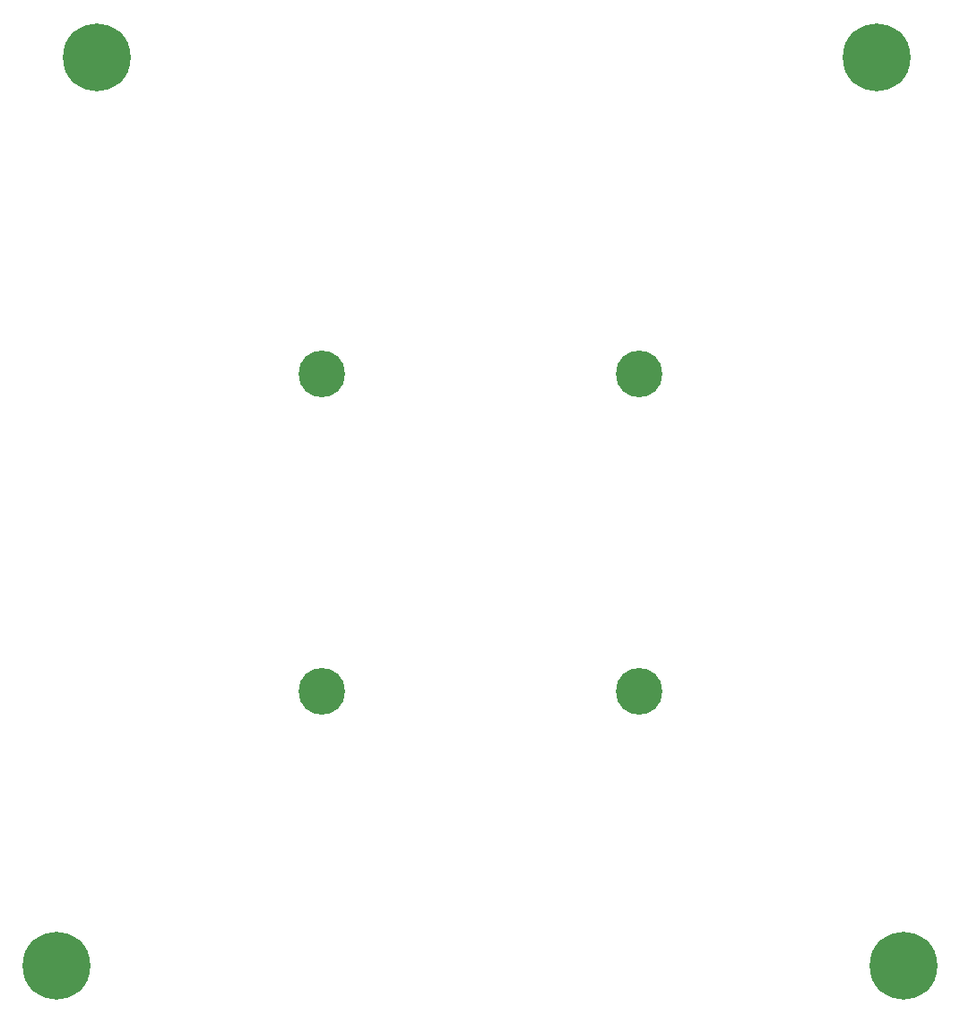
<source format=gbl>
G04 #@! TF.GenerationSoftware,KiCad,Pcbnew,(6.0.7-1)-1*
G04 #@! TF.CreationDate,2023-04-16T23:23:24-04:00*
G04 #@! TF.ProjectId,camm-brd,63616d6d-2d62-4726-942e-6b696361645f,rev?*
G04 #@! TF.SameCoordinates,Original*
G04 #@! TF.FileFunction,Copper,L2,Bot*
G04 #@! TF.FilePolarity,Positive*
%FSLAX46Y46*%
G04 Gerber Fmt 4.6, Leading zero omitted, Abs format (unit mm)*
G04 Created by KiCad (PCBNEW (6.0.7-1)-1) date 2023-04-16 23:23:24*
%MOMM*%
%LPD*%
G01*
G04 APERTURE LIST*
G04 #@! TA.AperFunction,ConnectorPad*
%ADD10C,4.400000*%
G04 #@! TD*
G04 #@! TA.AperFunction,ComponentPad*
%ADD11C,2.600000*%
G04 #@! TD*
G04 #@! TA.AperFunction,ConnectorPad*
%ADD12C,6.400000*%
G04 #@! TD*
G04 #@! TA.AperFunction,ComponentPad*
%ADD13C,3.600000*%
G04 #@! TD*
G04 APERTURE END LIST*
D10*
X169291000Y-111887000D03*
D11*
X169291000Y-111887000D03*
X139319000Y-111887000D03*
D10*
X139319000Y-111887000D03*
D11*
X169291000Y-81915000D03*
D10*
X169291000Y-81915000D03*
D11*
X139319000Y-81915000D03*
D10*
X139319000Y-81915000D03*
D12*
X191770000Y-52070000D03*
D13*
X191770000Y-52070000D03*
X118110000Y-52070000D03*
D12*
X118110000Y-52070000D03*
X114300000Y-137795000D03*
D13*
X114300000Y-137795000D03*
X194310000Y-137795000D03*
D12*
X194310000Y-137795000D03*
M02*

</source>
